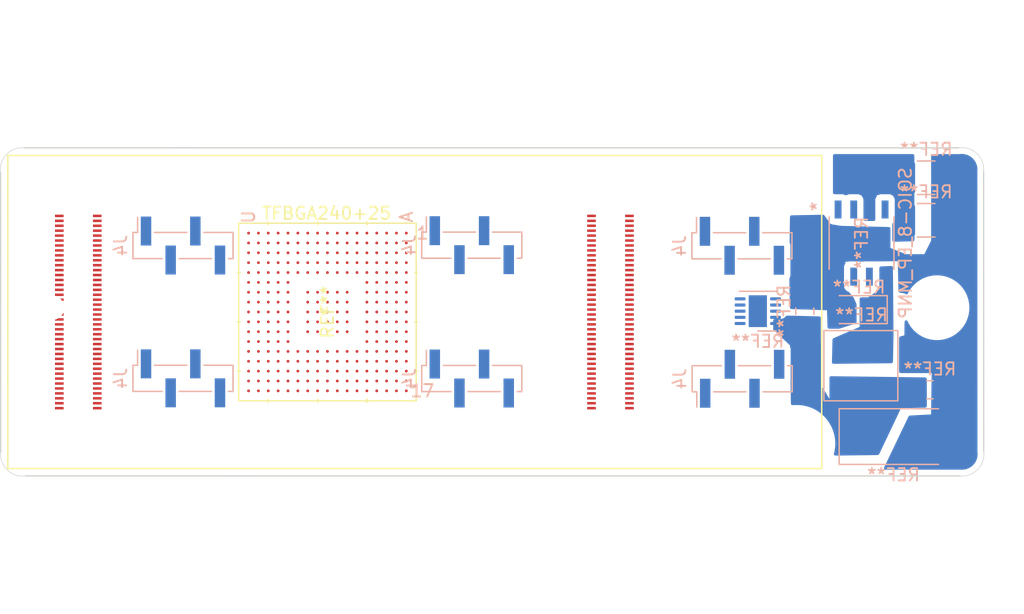
<source format=kicad_pcb>
(kicad_pcb (version 20211014) (generator pcbnew)
  (layers (0 "F.Cu" signal) (31 "B.Cu" signal) (34 "B.Paste" user) (35 "F.Paste" user) (36 "B.SilkS" user "B.Silkscreen") (37 "F.SilkS" user "F.Silkscreen") (38 "B.Mask" user) (39 "F.Mask" user) (44 "Edge.Cuts" user))
  (net 0 "")
  (net 1 "VIN")
  (net 2 "SW")
  (net 3 "FB")
  (net 4 "DIM")
  (net 5 "EN")
  (net 6 "GND")
  (net 7 "Q")
  (net 8 "EN_LDO")
  (net 9 "BYPAS_LDO")
  (net 10 "SENSE_LDO")
  (net 11 "SWT_OUT_12V")
  (footprint "STSPIN32G4:MODULE_ABX00042" (layer "F.Cu") (at 139.805 93.795217 -90)
    (fp_text reference "REF**" hide)
    (fp_text value "MODULE_ABX00042")
    (pad "" np_thru_hole circle locked (at 10.67 -30.99 270) (size 2.25 2.25) (drill 2.25) (layers F&B.Cu *.Mask) (clearance 2))
    (pad "" np_thru_hole circle locked (at -10.67 30.99 270) (size 2.25 2.25) (drill 2.25) (layers *.Cu *.Mask))
    (pad "" np_thru_hole circle locked (at 10.67 30.99 270) (size 2.25 2.25) (drill 2.25) (layers *.Cu *.Mask))
    (pad "" np_thru_hole circle locked (at -10.67 -30.99 270) (size 2.25 2.25) (drill 2.25) (layers *.Cu *.Mask))
    (pad "J1_1" smd rect locked (at -7.8 -17.42 270) (size 0.2 0.7) (layers "F.Cu" "F.Paste" "F.Mask"))
    (pad "J1_2" smd rect locked (at -7.8 -14.34 270) (size 0.2 0.7) (layers "F.Cu" "F.Paste" "F.Mask"))
    (pad "J1_3" smd rect locked (at -7.4 -17.42 270) (size 0.2 0.7) (layers "F.Cu" "F.Paste" "F.Mask"))
    (pad "J1_4" smd rect locked (at -7.4 -14.34 270) (size 0.2 0.7) (layers "F.Cu" "F.Paste" "F.Mask"))
    (pad "J1_5" smd rect locked (at -7 -17.42 270) (size 0.2 0.7) (layers "F.Cu" "F.Paste" "F.Mask"))
    (pad "J1_6" smd rect locked (at -7 -14.34 270) (size 0.2 0.7) (layers "F.Cu" "F.Paste" "F.Mask"))
    (pad "J1_7" smd rect locked (at -6.6 -17.42 270) (size 0.2 0.7) (layers "F.Cu" "F.Paste" "F.Mask"))
    (pad "J1_8" smd rect locked (at -6.6 -14.34 270) (size 0.2 0.7) (layers "F.Cu" "F.Paste" "F.Mask"))
    (pad "J1_9" smd rect locked (at -6.2 -17.42 270) (size 0.2 0.7) (layers "F.Cu" "F.Paste" "F.Mask"))
    (pad "J1_10" smd rect locked (at -6.2 -14.34 270) (size 0.2 0.7) (layers "F.Cu" "F.Paste" "F.Mask"))
    (pad "J1_11" smd rect locked (at -5.8 -17.42 270) (size 0.2 0.7) (layers "F.Cu" "F.Paste" "F.Mask"))
    (pad "J1_12" smd rect locked (at -5.8 -14.34 270) (size 0.2 0.7) (layers "F.Cu" "F.Paste" "F.Mask"))
    (pad "J1_13" smd rect locked (at -5.4 -17.42 270) (size 0.2 0.7) (layers "F.Cu" "F.Paste" "F.Mask"))
    (pad "J1_14" smd rect locked (at -5.4 -14.34 270) (size 0.2 0.7) (layers "F.Cu" "F.Paste" "F.Mask"))
    (pad "J1_15" smd rect locked (at -5 -17.42 270) (size 0.2 0.7) (layers "F.Cu" "F.Paste" "F.Mask"))
    (pad "J1_16" smd rect locked (at -5 -14.34 270) (size 0.2 0.7) (layers "F.Cu" "F.Paste" "F.Mask"))
    (pad "J1_17" smd rect locked (at -4.6 -17.42 270) (size 0.2 0.7) (layers "F.Cu" "F.Paste" "F.Mask"))
    (pad "J1_18" smd rect locked (at -4.6 -14.34 270) (size 0.2 0.7) (layers "F.Cu" "F.Paste" "F.Mask"))
    (pad "J1_19" smd rect locked (at -4.2 -17.42 270) (size 0.2 0.7) (layers "F.Cu" "F.Paste" "F.Mask"))
    (pad "J1_20" smd rect locked (at -4.2 -14.34 270) (size 0.2 0.7) (layers "F.Cu" "F.Paste" "F.Mask"))
    (pad "J1_21" smd rect locked (at -3.8 -17.42 270) (size 0.2 0.7) (layers "F.Cu" "F.Paste" "F.Mask"))
    (pad "J1_22" smd rect locked (at -3.8 -14.34 270) (size 0.2 0.7) (layers "F.Cu" "F.Paste" "F.Mask"))
    (pad "J1_23" smd rect locked (at -3.4 -17.42 270) (size 0.2 0.7) (layers "F.Cu" "F.Paste" "F.Mask"))
    (pad "J1_24" smd rect locked (at -3.4 -14.34 270) (size 0.2 0.7) (layers "F.Cu" "F.Paste" "F.Mask"))
    (pad "J1_25" smd rect locked (at -3 -17.42 270) (size 0.2 0.7) (layers "F.Cu" "F.Paste" "F.Mask"))
    (pad "J1_26" smd rect locked (at -3 -14.34 270) (size 0.2 0.7) (layers "F.Cu" "F.Paste" "F.Mask"))
    (pad "J1_27" smd rect locked (at -2.6 -17.42 270) (size 0.2 0.7) (layers "F.Cu" "F.Paste" "F.Mask"))
    (pad "J1_28" smd rect locked (at -2.6 -14.34 270) (size 0.2 0.7) (layers "F.Cu" "F.Paste" "F.Mask"))
    (pad "J1_29" smd rect locked (at -2.2 -17.42 270) (size 0.2 0.7) (layers "F.Cu" "F.Paste" "F.Mask"))
    (pad "J1_30" smd rect locked (at -2.2 -14.34 270) (size 0.2 0.7) (layers "F.Cu" "F.Paste" "F.Mask"))
    (pad "J1_31" smd rect locked (at -1.8 -17.42 270) (size 0.2 0.7) (layers "F.Cu" "F.Paste" "F.Mask"))
    (pad "J1_32" smd rect locked (at -1.8 -14.34 270) (size 0.2 0.7) (layers "F.Cu" "F.Paste" "F.Mask"))
    (pad "J1_33" smd rect locked (at -1.4 -17.42 270) (size 0.2 0.7) (layers "F.Cu" "F.Paste" "F.Mask"))
    (pad "J1_34" smd rect locked (at -1.4 -14.34 270) (size 0.2 0.7) (layers "F.Cu" "F.Paste" "F.Mask"))
    (pad "J1_35" smd rect locked (at -1 -17.42 270) (size 0.2 0.7) (layers "F.Cu" "F.Paste" "F.Mask"))
    (pad "J1_36" smd rect locked (at -1 -14.34 270) (size 0.2 0.7) (layers "F.Cu" "F.Paste" "F.Mask"))
    (pad "J1_37" smd rect locked (at -0.6 -17.42 270) (size 0.2 0.7) (layers "F.Cu" "F.Paste" "F.Mask"))
    (pad "J1_38" smd rect locked (at -0.6 -14.34 270) (size 0.2 0.7) (layers "F.Cu" "F.Paste" "F.Mask"))
    (pad "J1_39" smd rect locked (at -0.2 -17.42 270) (size 0.2 0.7) (layers "F.Cu" "F.Paste" "F.Mask"))
    (pad "J1_40" smd rect locked (at -0.2 -14.34 270) (size 0.2 0.7) (layers "F.Cu" "F.Paste" "F.Mask"))
    (pad "J1_41" smd rect locked (at 0.2 -17.42 270) (size 0.2 0.7) (layers "F.Cu" "F.Paste" "F.Mask"))
    (pad "J1_42" smd rect locked (at 0.2 -14.34 270) (size 0.2 0.7) (layers "F.Cu" "F.Paste" "F.Mask"))
    (pad "J1_43" smd rect locked (at 0.6 -17.42 270) (size 0.2 0.7) (layers "F.Cu" "F.Paste" "F.Mask"))
    (pad "J1_44" smd rect locked (at 0.6 -14.34 270) (size 0.2 0.7) (layers "F.Cu" "F.Paste" "F.Mask"))
    (pad "J1_45" smd rect locked (at 1 -17.42 270) (size 0.2 0.7) (layers "F.Cu" "F.Paste" "F.Mask"))
    (pad "J1_46" smd rect locked (at 1 -14.34 270) (size 0.2 0.7) (layers "F.Cu" "F.Paste" "F.Mask"))
    (pad "J1_47" smd rect locked (at 1.4 -17.42 270) (size 0.2 0.7) (layers "F.Cu" "F.Paste" "F.Mask"))
    (pad "J1_48" smd rect locked (at 1.4 -14.34 270) (size 0.2 0.7) (layers "F.Cu" "F.Paste" "F.Mask"))
    (pad "J1_49" smd rect locked (at 1.8 -17.42 270) (size 0.2 0.7) (layers "F.Cu" "F.Paste" "F.Mask"))
    (pad "J1_50" smd rect locked (at 1.8 -14.34 270) (size 0.2 0.7) (layers "F.Cu" "F.Paste" "F.Mask"))
    (pad "J1_51" smd rect locked (at 2.2 -17.42 270) (size 0.2 0.7) (layers "F.Cu" "F.Paste" "F.Mask"))
    (pad "J1_52" smd rect locked (at 2.2 -14.34 270) (size 0.2 0.7) (layers "F.Cu" "F.Paste" "F.Mask"))
    (pad "J1_53" smd rect locked (at 2.6 -17.42 270) (size 0.2 0.7) (layers "F.Cu" "F.Paste" "F.Mask"))
    (pad "J1_54" smd rect locked (at 2.6 -14.34 270) (size 0.2 0.7) (layers "F.Cu" "F.Paste" "F.Mask"))
    (pad "J1_55" smd rect locked (at 3 -17.42 270) (size 0.2 0.7) (layers "F.Cu" "F.Paste" "F.Mask"))
    (pad "J1_56" smd rect locked (at 3 -14.34 270) (size 0.2 0.7) (layers "F.Cu" "F.Paste" "F.Mask"))
    (pad "J1_57" smd rect locked (at 3.4 -17.42 270) (size 0.2 0.7) (layers "F.Cu" "F.Paste" "F.Mask"))
    (pad "J1_58" smd rect locked (at 3.4 -14.34 270) (size 0.2 0.7) (layers "F.Cu" "F.Paste" "F.Mask"))
    (pad "J1_59" smd rect locked (at 3.8 -17.42 270) (size 0.2 0.7) (layers "F.Cu" "F.Paste" "F.Mask"))
    (pad "J1_60" smd rect locked (at 3.8 -14.34 270) (size 0.2 0.7) (layers "F.Cu" "F.Paste" "F.Mask"))
    (pad "J1_61" smd rect locked (at 4.2 -17.42 270) (size 0.2 0.7) (layers "F.Cu" "F.Paste" "F.Mask"))
    (pad "J1_62" smd rect locked (at 4.2 -14.34 270) (size 0.2 0.7) (layers "F.Cu" "F.Paste" "F.Mask"))
    (pad "J1_63" smd rect locked (at 4.6 -17.42 270) (size 0.2 0.7) (layers "F.Cu" "F.Paste" "F.Mask"))
    (pad "J1_64" smd rect locked (at 4.6 -14.34 270) (size 0.2 0.7) (layers "F.Cu" "F.Paste" "F.Mask"))
    (pad "J1_65" smd rect locked (at 5 -17.42 270) (size 0.2 0.7) (layers "F.Cu" "F.Paste" "F.Mask"))
    (pad "J1_66" smd rect locked (at 5 -14.34 270) (size 0.2 0.7) (layers "F.Cu" "F.Paste" "F.Mask"))
    (pad "J1_67" smd rect locked (at 5.4 -17.42 270) (size 0.2 0.7) (layers "F.Cu" "F.Paste" "F.Mask"))
    (pad "J1_68" smd rect locked (at 5.4 -14.34 270) (size 0.2 0.7) (layers "F.Cu" "F.Paste" "F.Mask"))
    (pad "J1_69" smd rect locked (at 5.8 -17.42 270) (size 0.2 0.7) (layers "F.Cu" "F.Paste" "F.Mask"))
    (pad "J1_70" smd rect locked (at 5.8 -14.34 270) (size 0.2 0.7) (layers "F.Cu" "F.Paste" "F.Mask"))
    (pad "J1_71" smd rect locked (at 6.2 -17.42 270) (size 0.2 0.7) (layers "F.Cu" "F.Paste" "F.Mask"))
    (pad "J1_72" smd rect locked (at 6.2 -14.34 270) (size 0.2 0.7) (layers "F.Cu" "F.Paste" "F.Mask"))
    (pad "J1_73" smd rect locked (at 6.6 -17.42 270) (size 0.2 0.7) (layers "F.Cu" "F.Paste" "F.Mask"))
    (pad "J1_74" smd rect locked (at 6.6 -14.34 270) (size 0.2 0.7) (layers "F.Cu" "F.Paste" "F.Mask"))
    (pad "J1_75" smd rect locked (at 7 -17.42 270) (size 0.2 0.7) (layers "F.Cu" "F.Paste" "F.Mask"))
    (pad "J1_76" smd rect locked (at 7 -14.34 270) (size 0.2 0.7) (layers "F.Cu" "F.Paste" "F.Mask"))
    (pad "J1_77" smd rect locked (at 7.4 -17.42 270) (size 0.2 0.7) (layers "F.Cu" "F.Paste" "F.Mask"))
    (pad "J1_78" smd rect locked (at 7.4 -14.34 270) (size 0.2 0.7) (layers "F.Cu" "F.Paste" "F.Mask"))
    (pad "J1_79" smd rect locked (at 7.8 -17.42 270) (size 0.2 0.7) (layers "F.Cu" "F.Paste" "F.Mask"))
    (pad "J1_80" smd rect locked (at 7.8 -14.34 270) (size 0.2 0.7) (layers "F.Cu" "F.Paste" "F.Mask"))
    (pad "J2_1" smd rect locked (at 7.8 28.84 270) (size 0.2 0.7) (layers "F.Cu" "F.Paste" "F.Mask"))
    (pad "J2_2" smd rect locked (at 7.8 25.76 270) (size 0.2 0.7) (layers "F.Cu" "F.Paste" "F.Mask"))
    (pad "J2_3" smd rect locked (at 7.4 28.84 270) (size 0.2 0.7) (layers "F.Cu" "F.Paste" "F.Mask"))
    (pad "J2_4" smd rect locked (at 7.4 25.76 270) (size 0.2 0.7) (layers "F.Cu" "F.Paste" "F.Mask"))
    (pad "J2_5" smd rect locked (at 7 28.84 270) (size 0.2 0.7) (layers "F.Cu" "F.Paste" "F.Mask"))
    (pad "J2_6" smd rect locked (at 7 25.76 270) (size 0.2 0.7) (layers "F.Cu" "F.Paste" "F.Mask"))
    (pad "J2_7" smd rect locked (at 6.6 28.84 270) (size 0.2 0.7) (layers "F.Cu" "F.Paste" "F.Mask"))
    (pad "J2_8" smd rect locked (at 6.6 25.76 270) (size 0.2 0.7) (layers "F.Cu" "F.Paste" "F.Mask"))
    (pad "J2_9" smd rect locked (at 6.2 28.84 270) (size 0.2 0.7) (layers "F.Cu" "F.Paste" "F.Mask"))
    (pad "J2_10" smd rect locked (at 6.2 25.76 270) (size 0.2 0.7) (layers "F.Cu" "F.Paste" "F.Mask"))
    (pad "J2_11" smd rect locked (at 5.8 28.84 270) (size 0.2 0.7) (layers "F.Cu" "F.Paste" "F.Mask"))
    (pad "J2_12" smd rect locked (at 5.8 25.76 270) (size 0.2 0.7) (layers "F.Cu" "F.Paste" "F.Mask"))
    (pad "J2_13" smd rect locked (at 5.4 28.84 270) (size 0.2 0.7) (layers "F.Cu" "F.Paste" "F.Mask"))
    (pad "J2_14" smd rect locked (at 5.4 25.76 270) (size 0.2 0.7) (layers "F.Cu" "F.Paste" "F.Mask"))
    (pad "J2_15" smd rect locked (at 5 28.84 270) (size 0.2 0.7) (layers "F.Cu" "F.Paste" "F.Mask"))
    (pad "J2_16" smd rect locked (at 5 25.76 270) (size 0.2 0.7) (layers "F.Cu" "F.Paste" "F.Mask"))
    (pad "J2_17" smd rect locked (at 4.6 28.84 270) (size 0.2 0.7) (layers "F.Cu" "F.Paste" "F.Mask"))
    (pad "J2_18" smd rect locked (at 4.6 25.76 270) (size 0.2 0.7) (layers "F.Cu" "F.Paste" "F.Mask"))
    (pad "J2_19" smd rect locked (at 4.2 28.84 270) (size 0.2 0.7) (layers "F.Cu" "F.Paste" "F.Mask"))
    (pad "J2_20" smd rect locked (at 4.2 25.76 270) (size 0.2 0.7) (layers "F.Cu" "F.Paste" "F.Mask"))
    (pad "J2_21" smd rect locked (at 3.8 28.84 270) (size 0.2 0.7) (layers "F.Cu" "F.Paste" "F.Mask"))
    (pad "J2_22" smd rect locked (at 3.8 25.76 270) (size 0.2 0.7) (layers "F.Cu" "F.Paste" "F.Mask"))
    (pad "J2_23" smd rect locked (at 3.4 28.84 270) (size 0.2 0.7) (layers "F.Cu" "F.Paste" "F.Mask"))
    (pad "J2_24" smd rect locked (at 3.4 25.76 270) (size 0.2 0.7) (layers "F.Cu" "F.Paste" "F.Mask"))
    (pad "J2_25" smd rect locked (at 3 28.84 270) (size 0.2 0.7) (layers "F.Cu" "F.Paste" "F.Mask"))
    (pad "J2_26" smd rect locked (at 3 25.76 270) (size 0.2 0.7) (layers "F.Cu" "F.Paste" "F.Mask"))
    (pad "J2_27" smd rect locked (at 2.6 28.84 270) (size 0.2 0.7) (layers "F.Cu" "F.Paste" "F.Mask"))
    (pad "J2_28" smd rect locked (at 2.6 25.76 270) (size 0.2 0.7) (layers "F.Cu" "F.Paste" "F.Mask"))
    (pad "J2_29" smd rect locked (at 2.2 28.84 270) (size 0.2 0.7) (layers "F.Cu" "F.Paste" "F.Mask"))
    (pad "J2_30" smd rect locked (at 2.2 25.76 270) (size 0.2 0.7) (layers "F.Cu" "F.Paste" "F.Mask"))
    (pad "J2_31" smd rect locked (at 1.8 28.84 270) (size 0.2 0.7) (layers "F.Cu" "F.Paste" "F.Mask"))
    (pad "J2_32" smd rect locked (at 1.8 25.76 270) (size 0.2 0.7) (layers "F.Cu" "F.Paste" "F.Mask"))
    (pad "J2_33" smd rect locked (at 1.4 28.84 270) (size 0.2 0.7) (layers "F.Cu" "F.Paste" "F.Mask"))
    (pad "J2_34" smd rect locked (at 1.4 25.76 270) (size 0.2 0.7) (layers "F.Cu" "F.Paste" "F.Mask"))
    (pad "J2_35" smd rect locked (at 1 28.84 270) (size 0.2 0.7) (layers "F.Cu" "F.Paste" "F.Mask"))
    (pad "J2_36" smd rect locked (at 1 25.76 270) (size 0.2 0.7) (layers "F.Cu" "F.Paste" "F.Mask"))
    (pad "J2_37" smd rect locked (at 0.6 28.84 270) (size 0.2 0.7) (layers "F.Cu" "F.Paste" "F.Mask"))
    (pad "J2_38" smd rect locked (at 0.6 25.76 270) (size 0.2 0.7) (layers "F.Cu" "F.Paste" "F.Mask"))
    (pad "J2_39" smd rect locked (at 0.2 28.84 270) (size 0.2 0.7) (layers "F.Cu" "F.Paste" "F.Mask"))
    (pad "J2_40" smd rect locked (at 0.2 25.76 270) (size 0.2 0.7) (layers "F.Cu" "F.Paste" "F.Mask"))
    (pad "J2_41" smd rect locked (at -0.2 28.84 270) (size 0.2 0.7) (layers "F.Cu" "F.Paste" "F.Mask"))
    (pad "J2_42" smd rect locked (at -0.2 25.76 270) (size 0.2 0.7) (layers "F.Cu" "F.Paste" "F.Mask"))
    (pad "J2_43" smd rect locked (at -0.6 28.84 270) (size 0.2 0.7) (layers "F.Cu" "F.Paste" "F.Mask"))
    (pad "J2_44" smd rect locked (at -0.6 25.76 270) (size 0.2 0.7) (layers "F.Cu" "F.Paste" "F.Mask"))
    (pad "J2_45" smd rect locked (at -1 28.84 270) (size 0.2 0.7) (layers "F.Cu" "F.Paste" "F.Mask"))
    (pad "J2_46" smd rect locked (at -1 25.76 270) (size 0.2 0.7) (layers "F.Cu" "F.Paste" "F.Mask"))
    (pad "J2_47" smd rect locked (at -1.4 28.84 270) (size 0.2 0.7) (layers "F.Cu" "F.Paste" "F.Mask"))
    (pad "J2_48" smd rect locked (at -1.4 25.76 270) (size 0.2 0.7) (layers "F.Cu" "F.Paste" "F.Mask"))
    (pad "J2_49" smd rect locked (at -1.8 28.84 270) (size 0.2 0.7) (layers "F.Cu" "F.Paste" "F.Mask"))
    (pad "J2_50" smd rect locked (at -1.8 25.76 270) (size 0.2 0.7) (layers "F.Cu" "F.Paste" "F.Mask"))
    (pad "J2_51" smd rect locked (at -2.2 28.84 270) (size 0.2 0.7) (layers "F.Cu" "F.Paste" "F.Mask"))
    (pad "J2_52" smd rect locked (at -2.2 25.76 270) (size 0.2 0.7) (layers "F.Cu" "F.Paste" "F.Mask"))
    (pad "J2_53" smd rect locked (at -2.6 28.84 270) (size 0.2 0.7) (layers "F.Cu" "F.Paste" "F.Mask"))
    (pad "J2_54" smd rect locked (at -2.6 25.76 270) (size 0.2 0.7) (layers "F.Cu" "F.Paste" "F.Mask"))
    (pad "J2_55" smd rect locked (at -3 28.84 270) (size 0.2 0.7) (layers "F.Cu" "F.Paste" "F.Mask"))
    (pad "J2_56" smd rect locked (at -3 25.76 270) (size 0.2 0.7) (layers "F.Cu" "F.Paste" "F.Mask"))
    (pad "J2_57" smd rect locked (at -3.4 28.84 270) (size 0.2 0.7) (layers "F.Cu" "F.Paste" "F.Mask"))
    (pad "J2_58" smd rect locked (at -3.4 25.76 270) (size 0.2 0.7) (layers "F.Cu" "F.Paste" "F.Mask"))
    (pad "J2_59" smd rect locked (at -3.8 28.84 270) (size 0.2 0.7) (layers "F.Cu" "F.Paste" "F.Mask"))
    (pad "J2_60" smd rect locked (at -3.8 25.76 270) (size 0.2 0.7) (layers "F.Cu" "F.Paste" "F.Mask"))
    (pad "J2_61" smd rect locked (at -4.2 28.84 270) (size 0.2 0.7) (layers "F.Cu" "F.Paste" "F.Mask"))
    (pad "J2_62" smd rect locked (at -4.2 25.76 270) (size 0.2 0.7) (layers "F.Cu" "F.Paste" "F.Mask"))
    (pad "J2_63" smd rect locked (at -4.6 28.84 270) (size 0.2 0.7) (layers "F.Cu" "F.Paste" "F.Mask"))
    (pad "J2_64" smd rect locked (at -4.6 25.76 270) (size 0.2 0.7) (layers "F.Cu" "F.Paste" "F.Mask"))
    (pad "J2_65" smd rect locked (at -5 28.84 270) (size 0.2 0.7) (layers "F.Cu" "F.Paste" "F.Mask"))
    (pad "J2_66" smd rect locked (at -5 25.76 270) (size 0.2 0.7) (layers "F.Cu" "F.Paste" "F.Mask"))
    (pad "J2_67" smd rect locked (at -5.4 28.84 270) (size 0.2 0.7) (layers "F.Cu" "F.Paste" "F.Mask"))
    (pad "J2_68" smd rect locked (at -5.4 25.76 270) (size 0.2 0.7) (layers "F.Cu" "F.Paste" "F.Mask"))
    (pad "J2_69" smd rect locked (at -5.8 28.84 270) (size 0.2 0.7) (layers "F.Cu" "F.Paste" "F.Mask"))
    (pad "J2_70" smd rect locked (at -5.8 25.76 270) (size 0.2 0.7) (layers "F.Cu" "F.Paste" "F.Mask"))
    (pad "J2_71" smd rect locked (at -6.2 28.84 270) (size 0.2 0.7) (layers "F.Cu" "F.Paste" "F.Mask"))
    (pad "J2_72" smd rect locked (at -6.2 25.76 270) (size 0.2 0.7) (layers "F.Cu" "F.Paste" "F.Mask"))
    (pad "J2_73" smd rect locked (at -6.6 28.84 270) (size 0.2 0.7) (layers "F.Cu" "F.Paste" "F.Mask"))
    (pad "J2_74" smd rect locked (at -6.6 25.76 270) (size 0.2 0.7) (layers "F.Cu" "F.Paste" "F.Mask"))
    (pad "J2_75" smd rect locked (at -7 28.84 270) (size 0.2 0.7) (layers "F.Cu" "F.Paste" "F.Mask"))
    (pad "J2_76" smd rect locked (at -7 25.76 270) (size 0.2 0.7) (layers "F.Cu" "F.Paste" "F.Mask"))
    (pad "J2_77" smd rect locked (at -7.4 28.84 270) (size 0.2 0.7) (layers "F.Cu" "F.Paste" "F.Mask"))
    (pad "J2_78" smd rect locked (at -7.4 25.76 270) (size 0.2 0.7) (layers "F.Cu" "F.Paste" "F.Mask"))
    (pad "J2_79" smd rect locked (at -7.8 28.84 270) (size 0.2 0.7) (layers "F.Cu" "F.Paste" "F.Mask"))
    (pad "J2_80" smd rect locked (at -7.8 25.76 270) (size 0.2 0.7) (layers "F.Cu" "F.Paste" "F.Mask"))
  )
  (footprint "MountingHole:MountingHole_3.2mm_M3" (layer "F.Cu") (at 182.175 93.445217)
    (fp_text reference "REF**" hide)
    (fp_text value "MountingHole_3.2mm_M3" hide)
    (pad "" np_thru_hole circle locked (at 0 0) (size 2 2) (drill 2.25) (layers F&B.Cu *.Mask) (clearance 1.5))
  )
  (footprint "MountingHole:MountingHole_3.2mm_M3" (layer "F.Cu") (at 110.365 93.445217)
    (fp_text reference "REF**" hide)
    (fp_text value "MountingHole_3.2mm_M3" hide)
    (pad "" np_thru_hole circle locked (at 0 0) (size 2 2) (drill 2.25) (layers F&B.Cu *.Mask) (clearance 1.5))
  )
  (footprint "STM32H745XGH6:STM32H745XGH6" (layer "F.Cu") (at 132.72 93.790434 -90)
    (fp_text reference "REF**" (at 0 0 90) (layer "F.SilkS"))
    (fp_text value "TFBGA240+25" (at -8.005217 0.075 180) (layer "F.SilkS"))
    (fp_text user "A" (at -7.7089 -6.399999 90) (layer "B.SilkS"))
    (fp_text user "U" (at -7.7089 6.399999 90) (layer "B.SilkS"))
    (fp_text user "1" (at -6.399999 -7.7089) (layer "B.SilkS"))
    (fp_text user "17" (at 6.399999 -7.7089) (layer "B.SilkS"))
    (fp_text user "17" (at 6.399999 -7.7089) (layer "F.SilkS"))
    (fp_text user "*" (at 0 0 90) (layer "F.SilkS"))
    (fp_text user "A" (at -7.7089 -6.399999 90) (layer "F.SilkS"))
    (fp_text user "U" (at -7.7089 6.399999 90) (layer "F.SilkS"))
    (fp_text user "1" (at -6.399999 -7.7089) (layer "F.SilkS"))
    (pad "A1" smd circle locked (at -6.399999 -6.399999 270) (size 0.2286 0.2286) (layers "F.Cu" "F.Paste" "F.Mask"))
    (pad "A2" smd circle locked (at -5.599999 -6.399999 270) (size 0.2286 0.2286) (layers "F.Cu" "F.Paste" "F.Mask"))
    (pad "A3" smd circle locked (at -4.8 -6.399999 270) (size 0.2286 0.2286) (layers "F.Cu" "F.Paste" "F.Mask"))
    (pad "A4" smd circle locked (at -4 -6.399999 270) (size 0.2286 0.2286) (layers "F.Cu" "F.Paste" "F.Mask"))
    (pad "A5" smd circle locked (at -3.2 -6.399999 270) (size 0.2286 0.2286) (layers "F.Cu" "F.Paste" "F.Mask"))
    (pad "A6" smd circle locked (at -2.4 -6.399999 270) (size 0.2286 0.2286) (layers "F.Cu" "F.Paste" "F.Mask"))
    (pad "A7" smd circle locked (at -1.6 -6.399999 270) (size 0.2286 0.2286) (layers "F.Cu" "F.Paste" "F.Mask"))
    (pad "A8" smd circle locked (at -0.8 -6.399999 270) (size 0.2286 0.2286) (layers "F.Cu" "F.Paste" "F.Mask"))
    (pad "A9" smd circle locked (at 0 -6.399999 270) (size 0.2286 0.2286) (layers "F.Cu" "F.Paste" "F.Mask"))
    (pad "A10" smd circle locked (at 0.8 -6.399999 270) (size 0.2286 0.2286) (layers "F.Cu" "F.Paste" "F.Mask"))
    (pad "A11" smd circle locked (at 1.6 -6.399999 270) (size 0.2286 0.2286) (layers "F.Cu" "F.Paste" "F.Mask"))
    (pad "A12" smd circle locked (at 2.4 -6.399999 270) (size 0.2286 0.2286) (layers "F.Cu" "F.Paste" "F.Mask"))
    (pad "A13" smd circle locked (at 3.2 -6.399999 270) (size 0.2286 0.2286) (layers "F.Cu" "F.Paste" "F.Mask"))
    (pad "A14" smd circle locked (at 3.999999 -6.399999 270) (size 0.2286 0.2286) (layers "F.Cu" "F.Paste" "F.Mask"))
    (pad "A15" smd circle locked (at 4.799999 -6.399999 270) (size 0.2286 0.2286) (layers "F.Cu" "F.Paste" "F.Mask"))
    (pad "A16" smd circle locked (at 5.599999 -6.399999 270) (size 0.2286 0.2286) (layers "F.Cu" "F.Paste" "F.Mask"))
    (pad "A17" smd circle locked (at 6.399999 -6.399999 270) (size 0.2286 0.2286) (layers "F.Cu" "F.Paste" "F.Mask"))
    (pad "B1" smd circle locked (at -6.399999 -5.599999 270) (size 0.2286 0.2286) (layers "F.Cu" "F.Paste" "F.Mask"))
    (pad "B2" smd circle locked (at -5.599999 -5.599999 270) (size 0.2286 0.2286) (layers "F.Cu" "F.Paste" "F.Mask"))
    (pad "B3" smd circle locked (at -4.8 -5.599999 270) (size 0.2286 0.2286) (layers "F.Cu" "F.Paste" "F.Mask"))
    (pad "B4" smd circle locked (at -4 -5.599999 270) (size 0.2286 0.2286) (layers "F.Cu" "F.Paste" "F.Mask"))
    (pad "B5" smd circle locked (at -3.2 -5.599999 270) (size 0.2286 0.2286) (layers "F.Cu" "F.Paste" "F.Mask"))
    (pad "B6" smd circle locked (at -2.4 -5.599999 270) (size 0.2286 0.2286) (layers "F.Cu" "F.Paste" "F.Mask"))
    (pad "B7" smd circle locked (at -1.6 -5.599999 270) (size 0.2286 0.2286) (layers "F.Cu" "F.Paste" "F.Mask"))
    (pad "B8" smd circle locked (at -0.8 -5.599999 270) (size 0.2286 0.2286) (layers "F.Cu" "F.Paste" "F.Mask"))
    (pad "B9" smd circle locked (at 0 -5.599999 270) (size 0.2286 0.2286) (layers "F.Cu" "F.Paste" "F.Mask"))
    (pad "B10" smd circle locked (at 0.8 -5.599999 270) (size 0.2286 0.2286) (layers "F.Cu" "F.Paste" "F.Mask"))
    (pad "B11" smd circle locked (at 1.6 -5.599999 270) (size 0.2286 0.2286) (layers "F.Cu" "F.Paste" "F.Mask"))
    (pad "B12" smd circle locked (at 2.4 -5.599999 270) (size 0.2286 0.2286) (layers "F.Cu" "F.Paste" "F.Mask"))
    (pad "B13" smd circle locked (at 3.2 -5.599999 270) (size 0.2286 0.2286) (layers "F.Cu" "F.Paste" "F.Mask"))
    (pad "B14" smd circle locked (at 3.999999 -5.599999 270) (size 0.2286 0.2286) (layers "F.Cu" "F.Paste" "F.Mask"))
    (pad "B15" smd circle locked (at 4.799999 -5.599999 270) (size 0.2286 0.2286) (layers "F.Cu" "F.Paste" "F.Mask"))
    (pad "B16" smd circle locked (at 5.599999 -5.599999 270) (size 0.2286 0.2286) (layers "F.Cu" "F.Paste" "F.Mask"))
    (pad "B17" smd circle locked (at 6.399999 -5.599999 270) (size 0.2286 0.2286) (layers "F.Cu" "F.Paste" "F.Mask"))
    (pad "C1" smd circle locked (at -6.399999 -4.8 270) (size 0.2286 0.2286) (layers "F.Cu" "F.Paste" "F.Mask"))
    (pad "C2" smd circle locked (at -5.599999 -4.8 270) (size 0.2286 0.2286) (layers "F.Cu" "F.Paste" "F.Mask"))
    (pad "C3" smd circle locked (at -4.8 -4.8 270) (size 0.2286 0.2286) (layers "F.Cu" "F.Paste" "F.Mask"))
    (pad "C4" smd circle locked (at -4 -4.8 270) (size 0.2286 0.2286) (layers "F.Cu" "F.Paste" "F.Mask"))
    (pad "C5" smd circle locked (at -3.2 -4.8 270) (size 0.2286 0.2286) (layers "F.Cu" "F.Paste" "F.Mask"))
    (pad "C6" smd circle locked (at -2.4 -4.8 270) (size 0.2286 0.2286) (layers "F.Cu" "F.Paste" "F.Mask"))
    (pad "C7" smd circle locked (at -1.6 -4.8 270) (size 0.2286 0.2286) (layers "F.Cu" "F.Paste" "F.Mask"))
    (pad "C8" smd circle locked (at -0.8 -4.8 270) (size 0.2286 0.2286) (layers "F.Cu" "F.Paste" "F.Mask"))
    (pad "C9" smd circle locked (at 0 -4.8 270) (size 0.2286 0.2286) (layers "F.Cu" "F.Paste" "F.Mask"))
    (pad "C10" smd circle locked (at 0.8 -4.8 270) (size 0.2286 0.2286) (layers "F.Cu" "F.Paste" "F.Mask"))
    (pad "C11" smd circle locked (at 1.6 -4.8 270) (size 0.2286 0.2286) (layers "F.Cu" "F.Paste" "F.Mask"))
    (pad "C12" smd circle locked (at 2.4 -4.8 270) (size 0.2286 0.2286) (layers "F.Cu" "F.Paste" "F.Mask"))
    (pad "C13" smd circle locked (at 3.2 -4.8 270) (size 0.2286 0.2286) (layers "F.Cu" "F.Paste" "F.Mask"))
    (pad "C14" smd circle locked (at 3.999999 -4.8 270) (size 0.2286 0.2286) (layers "F.Cu" "F.Paste" "F.Mask"))
    (pad "C15" smd circle locked (at 4.799999 -4.8 270) (size 0.2286 0.2286) (layers "F.Cu" "F.Paste" "F.Mask"))
    (pad "C16" smd circle locked (at 5.599999 -4.8 270) (size 0.2286 0.2286) (layers "F.Cu" "F.Paste" "F.Mask"))
    (pad "C17" smd circle locked (at 6.399999 -4.8 270) (size 0.2286 0.2286) (layers "F.Cu" "F.Paste" "F.Mask"))
    (pad "D1" smd circle locked (at -6.399999 -4 270) (size 0.2286 0.2286) (layers "F.Cu" "F.Paste" "F.Mask"))
    (pad "D2" smd circle locked (at -5.599999 -4 270) (size 0.2286 0.2286) (layers "F.Cu" "F.Paste" "F.Mask"))
    (pad "D3" smd circle locked (at -4.8 -4 270) (size 0.2286 0.2286) (layers "F.Cu" "F.Paste" "F.Mask"))
    (pad "D4" smd circle locked (at -4 -4 270) (size 0.2286 0.2286) (layers "F.Cu" "F.Paste" "F.Mask"))
    (pad "D5" smd circle locked (at -3.2 -4 270) (size 0.2286 0.2286) (layers "F.Cu" "F.Paste" "F.Mask"))
    (pad "D6" smd circle locked (at -2.4 -4 270) (size 0.2286 0.2286) (layers "F.Cu" "F.Paste" "F.Mask"))
    (pad "D7" smd circle locked (at -1.6 -4 270) (size 0.2286 0.2286) (layers "F.Cu" "F.Paste" "F.Mask"))
    (pad "D8" smd circle locked (at -0.8 -4 270) (size 0.2286 0.2286) (layers "F.Cu" "F.Paste" "F.Mask"))
    (pad "D9" smd circle locked (at 0 -4 270) (size 0.2286 0.2286) (layers "F.Cu" "F.Paste" "F.Mask"))
    (pad "D10" smd circle locked (at 0.8 -4 270) (size 0.2286 0.2286) (layers "F.Cu" "F.Paste" "F.Mask"))
    (pad "D11" smd circle locked (at 1.6 -4 270) (size 0.2286 0.2286) (layers "F.Cu" "F.Paste" "F.Mask"))
    (pad "D12" smd circle locked (at 2.4 -4 270) (size 0.2286 0.2286) (layers "F.Cu" "F.Paste" "F.Mask"))
    (pad "D13" smd circle locked (at 3.2 -4 270) (size 0.2286 0.2286) (layers "F.Cu" "F.Paste" "F.Mask"))
    (pad "D14" smd circle locked (at 3.999999 -4 270) (size 0.2286 0.2286) (layers "F.Cu" "F.Paste" "F.Mask"))
    (pad "D15" smd circle locked (at 4.799999 -4 270) (size 0.2286 0.2286) (layers "F.Cu" "F.Paste" "F.Mask"))
    (pad "D16" smd circle locked (at 5.599999 -4 270) (size 0.2286 0.2286) (layers "F.Cu" "F.Paste" "F.Mask"))
    (pad "D17" smd circle locked (at 6.399999 -4 270) (size 0.2286 0.2286) (layers "F.Cu" "F.Paste" "F.Mask"))
    (pad "E1" smd circle locked (at -6.399999 -3.2 270) (size 0.2286 0.2286) (layers "F.Cu" "F.Paste" "F.Mask"))
    (pad "E2" smd circle locked (at -5.599999 -3.2 270) (size 0.2286 0.2286) (layers "F.Cu" "F.Paste" "F.Mask"))
    (pad "E3" smd circle locked (at -4.8 -3.2 270) (size 0.2286 0.2286) (layers "F.Cu" "F.Paste" "F.Mask"))
    (pad "E4" smd circle locked (at -4 -3.2 270) (size 0.2286 0.2286) (layers "F.Cu" "F.Paste" "F.Mask"))
    (pad "E5" smd circle locked (at -3.2 -3.2 270) (size 0.2286 0.2286) (layers "F.Cu" "F.Paste" "F.Mask"))
    (pad "E6" smd circle locked (at -2.4 -3.2 270) (size 0.2286 0.2286) (layers "F.Cu" "F.Paste" "F.Mask"))
    (pad "E7" smd circle locked (at -1.6 -3.2 270) (size 0.2286 0.2286) (layers "F.Cu" "F.Paste" "F.Mask"))
    (pad "E8" smd circle locked (at -0.8 -3.2 270) (size 0.2286 0.2286) (layers "F.Cu" "F.Paste" "F.Mask"))
    (pad "E9" smd circle locked (at 0 -3.2 270) (size 0.2286 0.2286) (layers "F.Cu" "F.Paste" "F.Mask"))
    (pad "E10" smd circle locked (at 0.8 -3.2 270) (size 0.2286 0.2286) (layers "F.Cu" "F.Paste" "F.Mask"))
    (pad "E11" smd circle locked (at 1.6 -3.2 270) (size 0.2286 0.2286) (layers "F.Cu" "F.Paste" "F.Mask"))
    (pad "E12" smd circle locked (at 2.4 -3.2 270) (size 0.2286 0.2286) (layers "F.Cu" "F.Paste" "F.Mask"))
    (pad "E13" smd circle locked (at 3.2 -3.2 270) (size 0.2286 0.2286) (layers "F.Cu" "F.Paste" "F.Mask"))
    (pad "E14" smd circle locked (at 3.999999 -3.2 270) (size 0.2286 0.2286) (layers "F.Cu" "F.Paste" "F.Mask"))
    (pad "E15" smd circle locked (at 4.799999 -3.2 270) (size 0.2286 0.2286) (layers "F.Cu" "F.Paste" "F.Mask"))
    (pad "E16" smd circle locked (at 5.599999 -3.2 270) (size 0.2286 0.2286) (layers "F.Cu" "F.Paste" "F.Mask"))
    (pad "E17" smd circle locked (at 6.399999 -3.2 270) (size 0.2286 0.2286) (layers "F.Cu" "F.Paste" "F.Mask"))
    (pad "F1" smd circle locked (at -6.399999 -2.4 270) (size 0.2286 0.2286) (layers "F.Cu" "F.Paste" "F.Mask"))
    (pad "F2" smd circle locked (at -5.599999 -2.4 270) (size 0.2286 0.2286) (layers "F.Cu" "F.Paste" "F.Mask"))
    (pad "F3" smd circle locked (at -4.8 -2.4 270) (size 0.2286 0.2286) (layers "F.Cu" "F.Paste" "F.Mask"))
    (pad "F4" smd circle locked (at -4 -2.4 270) (size 0.2286 0.2286) (layers "F.Cu" "F.Paste" "F.Mask"))
    (pad "F5" smd circle locked (at -3.2 -2.4 270) (size 0.2286 0.2286) (layers "F.Cu" "F.Paste" "F.Mask"))
    (pad "F13" smd circle locked (at 3.2 -2.4 270) (size 0.2286 0.2286) (layers "F.Cu" "F.Paste" "F.Mask"))
    (pad "F14" smd circle locked (at 3.999999 -2.4 270) (size 0.2286 0.2286) (layers "F.Cu" "F.Paste" "F.Mask"))
    (pad "F15" smd circle locked (at 4.799999 -2.4 270) (size 0.2286 0.2286) (layers "F.Cu" "F.Paste" "F.Mask"))
    (pad "F16" smd circle locked (at 5.599999 -2.4 270) (size 0.2286 0.2286) (layers "F.Cu" "F.Paste" "F.Mask"))
    (pad "F17" smd circle locked (at 6.399999 -2.4 270) (size 0.2286 0.2286) (layers "F.Cu" "F.Paste" "F.Mask"))
    (pad "G1" smd circle locked (at -6.399999 -1.6 270) (size 0.2286 0.2286) (layers "F.Cu" "F.Paste" "F.Mask"))
    (pad "G2" smd circle locked (at -5.599999 -1.6 270) (size 0.2286 0.2286) (layers "F.Cu" "F.Paste" "F.Mask"))
    (pad "G3" smd circle locked (at -4.8 -1.6 270) (size 0.2286 0.2286) (layers "F.Cu" "F.Paste" "F.Mask"))
    (pad "G4" smd circle locked (at -4 -1.6 270) (size 0.2286 0.2286) (layers "F.Cu" "F.Paste" "F.Mask"))
    (pad "G5" smd circle locked (at -3.2 -1.6 270) (size 0.2286 0.2286) (layers "F.Cu" "F.Paste" "F.Mask"))
    (pad "G7" smd circle locked (at -1.6 -1.6 270) (size 0.2286 0.2286) (layers "F.Cu" "F.Paste" "F.Mask"))
    (pad "G8" smd circle locked (at -0.8 -1.6 270) (size 0.2286 0.2286) (layers "F.Cu" "F.Paste" "F.Mask"))
    (pad "G9" smd circle locked (at 0 -1.6 270) (size 0.2286 0.2286) (layers "F.Cu" "F.Paste" "F.Mask"))
    (pad "G10" smd circle locked (at 0.8 -1.6 270) (size 0.2286 0.2286) (layers "F.Cu" "F.Paste" "F.Mask"))
    (pad "G11" smd circle locked (at 1.6 -1.6 270) (size 0.2286 0.2286) (layers "F.Cu" "F.Paste" "F.Mask"))
    (pad "G13" smd circle locked (at 3.2 -1.6 270) (size 0.2286 0.2286) (layers "F.Cu" "F.Paste" "F.Mask"))
    (pad "G14" smd circle locked (at 3.999999 -1.6 270) (size 0.2286 0.2286) (layers "F.Cu" "F.Paste" "F.Mask"))
    (pad "G15" smd circle locked (at 4.799999 -1.6 270) (size 0.2286 0.2286) (layers "F.Cu" "F.Paste" "F.Mask"))
    (pad "G16" smd circle locked (at 5.599999 -1.6 270) (size 0.2286 0.2286) (layers "F.Cu" "F.Paste" "F.Mask"))
    (pad "G17" smd circle locked (at 6.399999 -1.6 270) (size 0.2286 0.2286) (layers "F.Cu" "F.Paste" "F.Mask"))
    (pad "H1" smd circle locked (at -6.399999 -0.8 270) (size 0.2286 0.2286) (layers "F.Cu" "F.Paste" "F.Mask"))
    (pad "H2" smd circle locked (at -5.599999 -0.8 270) (size 0.2286 0.2286) (layers "F.Cu" "F.Paste" "F.Mask"))
    (pad "H3" smd circle locked (at -4.8 -0.8 270) (size 0.2286 0.2286) (layers "F.Cu" "F.Paste" "F.Mask"))
    (pad "H4" smd circle locked (at -4 -0.8 270) (size 0.2286 0.2286) (layers "F.Cu" "F.Paste" "F.Mask"))
    (pad "H5" smd circle locked (at -3.2 -0.8 270) (size 0.2286 0.2286) (layers "F.Cu" "F.Paste" "F.Mask"))
    (pad "H7" smd circle locked (at -1.6 -0.8 270) (size 0.2286 0.2286) (layers "F.Cu" "F.Paste" "F.Mask"))
    (pad "H8" smd circle locked (at -0.8 -0.8 270) (size 0.2286 0.2286) (layers "F.Cu" "F.Paste" "F.Mask"))
    (pad "H9" smd circle locked (at 0 -0.8 270) (size 0.2286 0.2286) (layers "F.Cu" "F.Paste" "F.Mask"))
    (pad "H10" smd circle locked (at 0.8 -0.8 270) (size 0.2286 0.2286) (layers "F.Cu" "F.Paste" "F.Mask"))
    (pad "H11" smd circle locked (at 1.6 -0.8 270) (size 0.2286 0.2286) (layers "F.Cu" "F.Paste" "F.Mask"))
    (pad "H13" smd circle locked (at 3.2 -0.8 270) (size 0.2286 0.2286) (layers "F.Cu" "F.Paste" "F.Mask"))
    (pad "H14" smd circle locked (at 3.999999 -0.8 270) (size 0.2286 0.2286) (layers "F.Cu" "F.Paste" "F.Mask"))
    (pad "H15" smd circle locked (at 4.799999 -0.8 270) (size 0.2286 0.2286) (layers "F.Cu" "F.Paste" "F.Mask"))
    (pad "H16" smd circle locked (at 5.599999 -0.8 270) (size 0.2286 0.2286) (layers "F.Cu" "F.Paste" "F.Mask"))
    (pad "H17" smd circle locked (at 6.399999 -0.8 270) (size 0.2286 0.2286) (layers "F.Cu" "F.Paste" "F.Mask"))
    (pad "J1" smd circle locked (at -6.399999 0 270) (size 0.2286 0.2286) (layers "F.Cu" "F.Paste" "F.Mask"))
    (pad "J2" smd circle locked (at -5.599999 0 270) (size 0.2286 0.2286) (layers "F.Cu" "F.Paste" "F.Mask"))
    (pad "J3" smd circle locked (at -4.8 0 270) (size 0.2286 0.2286) (layers "F.Cu" "F.Paste" "F.Mask"))
    (pad "J4" smd circle locked (at -4 0 270) (size 0.2286 0.2286) (layers "F.Cu" "F.Paste" "F.Mask"))
    (pad "J5" smd circle locked (at -3.2 0 270) (size 0.2286 0.2286) (layers "F.Cu" "F.Paste" "F.Mask"))
    (pad "J7" smd circle locked (at -1.6 0 270) (size 0.2286 0.2286) (layers "F.Cu" "F.Paste" "F.Mask"))
    (pad "J8" smd circle locked (at -0.8 0 270) (size 0.2286 0.2286) (layers "F.Cu" "F.Paste" "F.Mask"))
    (pad "J9" smd circle locked (at 0 0 270) (size 0.2286 0.2286) (layers "F.Cu" "F.Paste" "F.Mask"))
    (pad "J10" smd circle locked (at 0.8 0 270) (size 0.2286 0.2286) (layers "F.Cu" "F.Paste" "F.Mask"))
    (pad "J11" smd circle locked (at 1.6 0 270) (size 0.2286 0.2286) (layers "F.Cu" "F.Paste" "F.Mask"))
    (pad "J13" smd circle locked (at 3.2 0 270) (size 0.2286 0.2286) (layers "F.Cu" "F.Paste" "F.Mask"))
    (pad "J14" smd circle locked (at 3.999999 0 270) (size 0.2286 0.2286) (layers "F.Cu" "F.Paste" "F.Mask"))
    (pad "J15" smd circle locked (at 4.799999 0 270) (size 0.2286 0.2286) (layers "F.Cu" "F.Paste" "F.Mask"))
    (pad "J16" smd circle locked (at 5.599999 0 270) (size 0.2286 0.2286) (layers "F.Cu" "F.Paste" "F.Mask"))
    (pad "J17" smd circle locked (at 6.399999 0 270) (size 0.2286 0.2286) (layers "F.Cu" "F.Paste" "F.Mask"))
    (pad "K1" smd circle locked (at -6.399999 0.8 270) (size 0.2286 0.2286) (layers "F.Cu" "F.Paste" "F.Mask"))
    (pad "K2" smd circle locked (at -5.599999 0.8 270) (size 0.2286 0.2286) (layers "F.Cu" "F.Paste" "F.Mask"))
    (pad "K3" smd circle locked (at -4.8 0.8 270) (size 0.2286 0.2286) (layers "F.Cu" "F.Paste" "F.Mask"))
    (pad "K4" smd circle locked (at -4 0.8 270) (size 0.2286 0.2286) (layers "F.Cu" "F.Paste" "F.Mask"))
    (pad "K5" smd circle locked (at -3.2 0.8 270) (size 0.2286 0.2286) (layers "F.Cu" "F.Paste" "F.Mask"))
    (pad "K7" smd circle locked (at -1.6 0.8 270) (size 0.2286 0.2286) (layers "F.Cu" "F.Paste" "F.Mask"))
    (pad "K8" smd circle locked (at -0.8 0.8 270) (size 0.2286 0.2286) (layers "F.Cu" "F.Paste" "F.Mask"))
    (pad "K9" smd circle locked (at 0 0.8 270) (size 0.2286 0.2286) (layers "F.Cu" "F.Paste" "F.Mask"))
    (pad "K10" smd circle locked (at 0.8 0.8 270) (size 0.2286 0.2286) (layers "F.Cu" "F.Paste" "F.Mask"))
    (pad "K11" smd circle locked (at 1.6 0.8 270) (size 0.2286 0.2286) (layers "F.Cu" "F.Paste" "F.Mask"))
    (pad "K13" smd circle locked (at 3.2 0.8 270) (size 0.2286 0.2286) (layers "F.Cu" "F.Paste" "F.Mask"))
    (pad "K14" smd circle locked (at 3.999999 0.8 270) (size 0.2286 0.2286) (layers "F.Cu" "F.Paste" "F.Mask"))
    (pad "K15" smd circle locked (at 4.799999 0.8 270) (size 0.2286 0.2286) (layers "F.Cu" "F.Paste" "F.Mask"))
    (pad "K16" smd circle locked (at 5.599999 0.8 270) (size 0.2286 0.2286) (layers "F.Cu" "F.Paste" "F.Mask"))
    (pad "K17" smd circle locked (at 6.399999 0.8 270) (size 0.2286 0.2286) (layers "F.Cu" "F.Paste" "F.Mask"))
    (pad "L1" smd circle locked (at -6.399999 1.6 270) (size 0.2286 0.2286) (layers "F.Cu" "F.Paste" "F.Mask"))
    (pad "L2" smd circle locked (at -5.599999 1.6 270) (size 0.2286 0.2286) (layers "F.Cu" "F.Paste" "F.Mask"))
    (pad "L3" smd circle locked (at -4.8 1.6 270) (size 0.2286 0.2286) (layers "F.Cu" "F.Paste" "F.Mask"))
    (pad "L4" smd circle locked (at -4 1.6 270) (size 0.2286 0.2286) (layers "F.Cu" "F.Paste" "F.Mask"))
    (pad "L5" smd circle locked (at -3.2 1.6 270) (size 0.2286 0.2286) (layers "F.Cu" "F.Paste" "F.Mask"))
    (pad "L7" smd circle locked (at -1.6 1.6 270) (size 0.2286 0.2286) (layers "F.Cu" "F.Paste" "F.Mask"))
    (pad "L8" smd circle locked (at -0.8 1.6 270) (size 0.2286 0.2286) (layers "F.Cu" "F.Paste" "F.Mask"))
    (pad "L9" smd circle locked (at 0 1.6 270) (size 0.2286 0.2286) (layers "F.Cu" "F.Paste" "F.Mask"))
    (pad "L10" smd circle locked (at 0.8 1.6 270) (size 0.2286 0.2286) (layers "F.Cu" "F.Paste" "F.Mask"))
    (pad "L11" smd circle locked (at 1.6 1.6 270) (size 0.2286 0.2286) (layers "F.Cu" "F.Paste" "F.Mask"))
    (pad "L13" smd circle locked (at 3.2 1.6 270) (size 0.2286 0.2286) (layers "F.Cu" "F.Paste" "F.Mask"))
    (pad "L14" smd circle locked (at 3.999999 1.6 270) (size 0.2286 0.2286) (layers "F.Cu" "F.Paste" "F.Mask"))
    (pad "L15" smd circle locked (at 4.799999 1.6 270) (size 0.2286 0.2286) (layers "F.Cu" "F.Paste" "F.Mask"))
    (pad "L16" smd circle locked (at 5.599999 1.6 270) (size 0.2286 0.2286) (layers "F.Cu" "F.Paste" "F.Mask"))
    (pad "L17" smd circle locked (at 6.399999 1.6 270) (size 0.2286 0.2286) (layers "F.Cu" "F.Paste" "F.Mask"))
    (pad "M1" smd circle locked (at -6.399999 2.4 270) (size 0.2286 0.2286) (layers "F.Cu" "F.Paste" "F.Mask"))
    (pad "M2" smd circle locked (at -5.599999 2.4 270) (size 0.2286 0.2286) (layers "F.Cu" "F.Paste" "F.Mask"))
    (pad "M3" smd circle locked (at -4.8 2.4 270) (size 0.2286 0.2286) (layers "F.Cu" "F.Paste" "F.Mask"))
    (pad "M4" smd circle locked (at -4 2.4 270) (size 0.2286 0.2286) (layers "F.Cu" "F.Paste" "F.Mask"))
    (pad "M5" smd circle locked (at -3.2 2.4 270) (size 0.2286 0.2286) (layers "F.Cu" "F.Paste" "F.Mask"))
    (pad "M13" smd circle locked (at 3.2 2.4 270) (size 0.2286 0.2286) (layers "F.Cu" "F.Paste" "F.Mask"))
    (pad "M14" smd circle locked (at 3.999999 2.4 270) (size 0.2286 0.2286) (layers "F.Cu" "F.Paste" "F.Mask"))
    (pad "M15" smd circle locked (at 4.799999 2.4 270) (size 0.2286 0.2286) (layers "F.Cu" "F.Paste" "F.Mask"))
    (pad "M16" smd circle locked (at 5.599999 2.4 270) (size 0.2286 0.2286) (layers "F.Cu" "F.Paste" "F.Mask"))
    (pad "M17" smd circle locked (at 6.399999 2.4 270) (size 0.2286 0.2286) (layers "F.Cu" "F.Paste" "F.Mask"))
    (pad "N1" smd circle locked (at -6.399999 3.2 270) (size 0.2286 0.2286) (layers "F.Cu" "F.Paste" "F.Mask"))
    (pad "N2" smd circle locked (at -5.599999 3.2 270) (size 0.2286 0.2286) (layers "F.Cu" "F.Paste" "F.Mask"))
    (pad "N3" smd circle locked (at -4.8 3.2 270) (size 0.2286 0.2286) (layers "F.Cu" "F.Paste" "F.Mask"))
    (pad "N4" smd circle locked (at -4 3.2 270) (size 0.2286 0.2286) (layers "F.Cu" "F.Paste" "F.Mask"))
    (pad "N5" smd circle locked (at -3.2 3.2 270) (size 0.2286 0.2286) (layers "F.Cu" "F.Paste" "F.Mask"))
    (pad "N6" smd circle locked (at -2.4 3.2 270) (size 0.2286 0.2286) (layers "F.Cu" "F.Paste" "F.Mask"))
    (pad "N7" smd circle locked (at -1.6 3.2 270) (size 0.2286 0.2286) (layers "F.Cu" "F.Paste" "F.Mask"))
    (pad "N8" smd circle locked (at -0.8 3.2 270) (size 0.2286 0.2286) (layers "F.Cu" "F.Paste" "F.Mask"))
    (pad "N9" smd circle locked (at 0 3.2 270) (size 0.2286 0.2286) (layers "F.Cu" "F.Paste" "F.Mask"))
    (pad "N10" smd circle locked (at 0.8 3.2 270) (size 0.2286 0.2286) (layers "F.Cu" "F.Paste" "F.Mask"))
    (pad "N11" smd circle locked (at 1.6 3.2 270) (size 0.2286 0.2286) (layers "F.Cu" "F.Paste" "F.Mask"))
    (pad "N12" smd circle locked (at 2.4 3.2 270) (size 0.2286 0.2286) (layers "F.Cu" "F.Paste" "F.Mask"))
    (pad "N13" smd circle locked (at 3.2 3.2 270) (size 0.2286 0.2286) (layers "F.Cu" "F.Paste" "F.Mask"))
    (pad "N14" smd circle locked (at 3.999999 3.2 270) (size 0.2286 0.2286) (layers "F.Cu" "F.Paste" "F.Mask"))
    (pad "N15" smd circle locked (at 4.799999 3.2 270) (size 0.2286 0.2286) (layers "F.Cu" "F.Paste" "F.Mask"))
    (pad "N16" smd circle locked (at 5.599999 3.2 270) (size 0.2286 0.2286) (layers "F.Cu" "F.Paste" "F.Mask"))
    (pad "N17" smd circle locked (at 6.399999 3.2 270) (size 0.2286 0.2286) (layers "F.Cu" "F.Paste" "F.Mask"))
    (pad "P1" smd circle locked (at -6.399999 3.999999 270) (size 0.2286 0.2286) (layers "F.Cu" "F.Paste" "F.Mask"))
    (pad "P2" smd circle locked (at -5.599999 3.999999 270) (size 0.2286 0.2286) (layers "F.Cu" "F.Paste" "F.Mask"))
    (pad "P3" smd circle locked (at -4.8 3.999999 270) (size 0.2286 0.2286) (layers "F.Cu" "F.Paste" "F.Mask"))
    (pad "P4" smd circle locked (at -4 3.999999 270) (size 0.2286 0.2286) (layers "F.Cu" "F.Paste" "F.Mask"))
    (pad "P5" smd circle locked (at -3.2 3.999999 270) (size 0.2286 0.2286) (layers "F.Cu" "F.Paste" "F.Mask"))
    (pad "P6" smd circle locked (at -2.4 3.999999 270) (size 0.2286 0.2286) (layers "F.Cu" "F.Paste" "F.Mask"))
    (pad "P7" smd circle locked (at -1.6 3.999999 270) (size 0.2286 0.2286) (layers "F.Cu" "F.Paste" "F.Mask"))
    (pad "P8" smd circle locked (at -0.8 3.999999 270) (size 0.2286 0.2286) (layers "F.Cu" "F.Paste" "F.Mask"))
    (pad "P9" smd circle locked (at 0 3.999999 270) (size 0.2286 0.2286) (layers "F.Cu" "F.Paste" "F.Mask"))
    (pad "P10" smd circle locked (at 0.8 3.999999 270) (size 0.2286 0.2286) (layers "F.Cu" "F.Paste" "F.Mask"))
    (pad "P11" smd circle locked (at 1.6 3.999999 270) (size 0.2286 0.2286) (layers "F.Cu" "F.Paste" "F.Mask"))
    (pad "P12" smd circle locked (at 2.4 3.999999 270) (size 0.2286 0.2286) (layers "F.Cu" "F.Paste" "F.Mask"))
    (pad "P13" smd circle locked (at 3.2 3.999999 270) (size 0.2286 0.2286) (layers "F.Cu" "F.Paste" "F.Mask"))
    (pad "P14" smd circle locked (at 3.999999 3.999999 270) (size 0.2286 0.2286) (layers "F.Cu" "F.Paste" "F.Mask"))
    (pad "P15" smd circle locked (at 4.799999 3.999999 270) (size 0.2286 0.2286) (layers "F.Cu" "F.Paste" "F.Mask"))
    (pad "P16" smd circle locked (at 5.599999 3.999999 270) (size 0.2286 0.2286) (layers "F.Cu" "F.Paste" "F.Mask"))
    (pad "P17" smd circle locked (at 6.399999 3.999999 270) (size 0.2286 0.2286) (layers "F.Cu" "F.Paste" "F.Mask"))
    (pad "R1" smd circle locked (at -6.399999 4.799999 270) (size 0.2286 0.2286) (layers "F.Cu" "F.Paste" "F.Mask"))
    (pad "R2" smd circle locked (at -5.599999 4.799999 270) (size 0.2286 0.2286) (layers "F.Cu" "F.Paste" "F.Mask"))
    (pad "R3" smd circle locked (at -4.8 4.799999 270) (size 0.2286 0.2286) (layers "F.Cu" "F.Paste" "F.Mask"))
    (pad "R4" smd circle locked (at -4 4.799999 270) (size 0.2286 0.2286) (layers "F.Cu" "F.Paste" "F.Mask"))
    (pad "R5" smd circle locked (at -3.2 4.799999 270) (size 0.2286 0.2286) (layers "F.Cu" "F.Paste" "F.Mask"))
    (pad "R6" smd circle locked (at -2.4 4.799999 270) (size 0.2286 0.2286) (layers "F.Cu" "F.Paste" "F.Mask"))
    (pad "R7" smd circle locked (at -1.6 4.799999 270) (size 0.2286 0.2286) (layers "F.Cu" "F.Paste" "F.Mask"))
    (pad "R8" smd circle locked (at -0.8 4.799999 270) (size 0.2286 0.2286) (layers "F.Cu" "F.Paste" "F.Mask"))
    (pad "R9" smd circle locked (at 0 4.799999 270) (size 0.2286 0.2286) (layers "F.Cu" "F.Paste" "F.Mask"))
    (pad "R10" smd circle locked (at 0.8 4.799999 270) (size 0.2286 0.2286) (layers "F.Cu" "F.Paste" "F.Mask"))
    (pad "R11" smd circle locked (at 1.6 4.799999 270) (size 0.2286 0.2286) (layers "F.Cu" "F.Paste" "F.Mask"))
    (pad "R12" smd circle locked (at 2.4 4.799999 270) (size 0.2286 0.2286) (layers "F.Cu" "F.Paste" "F.Mask"))
    (pad "R13" smd circle locked (at 3.2 4.799999 270) (size 0.2286 0.2286) (layers "F.Cu" "F.Paste" "F.Mask"))
    (pad "R14" smd circle locked (at 3.999999 4.799999 270) (size 0.2286 0.2286) (layers "F.Cu" "F.Paste" "F.Mask"))
    (pad "R15" smd circle locked (at 4.799999 4.799999 270) (size 0.2286 0.2286) (layers "F.Cu" "F.Paste" "F.Mask"))
    (pad "R16" smd circle locked (at 5.599999 4.799999 270) (size 0.2286 0.2286) (layers "F.Cu" "F.Paste" "F.Mask"))
    (pad "R17" smd circle locked (at 6.399999 4.799999 270) (size 0.2286 0.2286) (layers "F.Cu" "F.Paste" "F.Mask"))
    (pad "T1" smd circle locked (at -6.399999 5.599999 270) (size 0.2286 0.2286) (layers "F.Cu" "F.Paste" "F.Mask"))
    (pad "T2" smd circle locked (at -5.599999 5.599999 270) (size 0.2286 0.2286) (layers "F.Cu" "F.Paste" "F.Mask"))
    (pad "T3" smd circle locked (at -4.8 5.599999 270) (size 0.2286 0.2286) (layers "F.Cu" "F.Paste" "F.Mask"))
    (pad "T4" smd circle locked (at -4 5.599999 270) (size 0.2286 0.2286) (layers "F.Cu" "F.Paste" "F.Mask"))
    (pad "T5" smd circle locked (at -3.2 5.599999 270) (size 0.2286 0.2286) (layers "F.Cu" "F.Paste" "F.Mask"))
    (pad "T6" smd circle locked (at -2.4 5.599999 270) (size 0.2286 0.2286) (layers "F.Cu" "F.Paste" "F.Mask"))
    (pad "T7" smd circle locked (at -1.6 5.599999 270) (size 0.2286 0.2286) (layers "F.Cu" "F.Paste" "F.Mask"))
    (pad "T8" smd circle locked (at -0.8 5.599999 270) (size 0.2286 0.2286) (layers "F.Cu" "F.Paste" "F.Mask"))
    (pad "T9" smd circle locked (at 0 5.599999 270) (size 0.2286 0.2286) (layers "F.Cu" "F.Paste" "F.Mask"))
    (pad "T10" smd circle locked (at 0.8 5.599999 270) (size 0.2286 0.2286) (layers "F.Cu" "F.Paste" "F.Mask"))
    (pad "T11" smd circle locked (at 1.6 5.599999 270) (size 0.2286 0.2286) (layers "F.Cu" "F.Paste" "F.Mask"))
    (pad "T12" smd circle locked (at 2.4 5.599999 270) (size 0.2286 0.2286) (layers "F.Cu" "F.Paste" "F.Mask"))
    (pad "T13" smd circle locked (at 3.2 5.599999 270) (size 0.2286 0.2286) (layers "F.Cu" "F.Paste" "F.Mask"))
    (pad "T14" smd circle locked (at 3.999999 5.599999 270) (size 0.2286 0.2286) (layers "F.Cu" "F.Paste" "F.Mask"))
    (pad "T15" smd circle locked (at 4.799999 5.599999 270) (size 0.2286 0.2286) (layers "F.Cu" "F.Paste" "F.Mask"))
    (pad "T16" smd circle locked (at 5.599999 5.599999 270) (size 0.2286 0.2286) (layers "F.Cu" "F.Paste" "F.Mask"))
    (pad "T17" smd circle locked (at 6.399999 5.599999 270) (size 0.2286 0.2286) (layers "F.Cu" "F.Paste" "F.Mask"))
    (pad "U1" smd circle locked (at -6.399999 6.399999 270) (size 0.2286 0.2286) (layers "F.Cu" "F.Paste" "F.Mask"))
    (pad "U2" smd circle locked (at -5.599999 6.399999 270) (size 0.2286 0.2286) (layers "F.Cu" "F.Paste" "F.Mask"))
    (pad "U3" smd circle locked (at -4.8 6.399999 270) (size 0.2286 0.2286) (layers "F.Cu" "F.Paste" "F.Mask"))
    (pad "U4" smd circle locked (at -4 6.399999 270) (size 0.2286 0.2286) (layers "F.Cu" "F.Paste" "F.Mask"))
    (pad "U5" smd circle locked (at -3.2 6.399999 270) (size 0.2286 0.2286) (layers "F.Cu" "F.Paste" "F.Mask"))
    (pad "U6" smd circle locked (at -2.4 6.399999 270) (size 0.2286 0.2286) (layers "F.Cu" "F.Paste" "F.Mask"))
    (pad "U7" smd circle locked (at -1.6 6.399999 270) (size 0.2286 0.2286) (layers "F.Cu" "F.Paste" "F.Mask"))
    (pad "U8" smd circle locked (at -0.8 6.399999 270) (size 0.2286 0.2286) (layers "F.Cu" "F.Paste" "F.Mask"))
    (pad "U9" smd circle locked (at 0 6.399999 270) (size 0.2286 0.2286) (layers "F.Cu" "F.Paste" "F.Mask"))
    (pad "U10" smd circle locked (at 0.8 6.399999 270) (size 0.2286 0.2286) (layers "F.Cu" "F.Paste" "F.Mask"))
    (pad "U11" smd circle locked (at 1.6 6.399999 270) (size 0.2286 0.2286) (layers "F.Cu" "F.Paste" "F.Mask"))
    (pad "U12" smd circle locked (at 2.4 6.399999 270) (size 0.2286 0.2286) (layers "F.Cu" "F.Paste" "F.Mask"))
    (pad "U13" smd circle locked (at 3.2 6.399999 270) (size 0.2286 0.2286) (layers "F.Cu" "F.Paste" "F.Mask"))
    (pad "U14" smd circle locked (at 3.999999 6.399999 270) (size 0.2286 0.2286) (layers "F.Cu" "F.Paste" "F.Mask"))
    (pad "U15" smd circle locked (at 4.799999 6.399999 270) (size 0.2286 0.2286) (layers "F.Cu" "F.Paste" "F.Mask"))
    (pad "U16" smd circle locked (at 5.599999 6.399999 270) (size 0.2286 0.2286) (layers "F.Cu" "F.Paste" "F.Mask"))
    (pad "U17" smd circle locked (at 6.399999 6.399999 270) (size 0.2286 0.2286) (layers "F.Cu" "F.Paste" "F.Mask"))
  )
  (footprint "Capacitor_SMD:C_0805_2012Metric" (layer "B.Cu") (at 171.45 93.726 -90)
    (fp_text reference "REF**" (at 0 1.68 90) (layer "B.SilkS") (effects (justify mirror)))
    (fp_text value "C_0805_2012Metric")
    (pad "1" smd roundrect (at -0.95 0 270) (size 1 1.45) (layers "B.Cu" "B.Paste" "B.Mask") (net 6 "GND"))
    (pad "2" smd roundrect (at 0.95 0 270) (size 1 1.45) (layers "B.Cu" "B.Paste" "B.Mask") (net 11 "SWT_OUT_12V"))
  )
  (footprint "Connector_PinHeader_2.00mm:PinHeader_1x04_P2.00mm_Vertical_SMD_Pin1Left" (layer "B.Cu") (at 144.43 99.19 -90)
    (fp_text reference "J4" (at 0 5.06 90) (layer "B.SilkS") (effects (justify mirror)))
    (fp_text value "PinHeader_1x04_P2.00mm_Vertical_SMD_Pin1Left")
    (pad "1" smd rect (at -1.175 3 270) (size 2.35 0.85) (layers "B.Cu" "B.Paste" "B.Mask"))
    (pad "2" smd rect (at 1.175 1 270) (size 2.35 0.85) (layers "B.Cu" "B.Paste" "B.Mask"))
    (pad "3" smd rect (at -1.175 -1 270) (size 2.35 0.85) (layers "B.Cu" "B.Paste" "B.Mask"))
    (pad "4" smd rect (at 1.175 -3 270) (size 2.35 0.85) (layers "B.Cu" "B.Paste" "B.Mask"))
  )
  (footprint "MAX40056FAWA&plus_:SRP5050" (layer "B.Cu") (at 176.07 98.12 180)
    (fp_text reference "REF**" (at 0.02 4.09 unlocked) (layer "B.SilkS") (effects (justify mirror)))
    (fp_text value "SRP5050")
    (pad "1" smd roundrect (at 0 1.625 180) (size 4.7 1.25) (layers "B.Cu" "B.Paste" "B.Mask") (net 2 "SW"))
    (pad "2" smd roundrect (at 0 -1.625 180) (size 4.7 1.25) (layers "B.Cu" "B.Paste" "B.Mask") (net 11 "SWT_OUT_12V"))
  )
  (footprint "Connector_PinHeader_2.00mm:PinHeader_1x04_P2.00mm_Vertical_SMD_Pin1Left" (layer "B.Cu") (at 121 99.175 -90)
    (fp_text reference "J4" (at 0 5.06 90) (layer "B.SilkS") (effects (justify mirror)))
    (fp_text value "PinHeader_1x04_P2.00mm_Vertical_SMD_Pin1Left")
    (pad "1" smd rect (at -1.175 3 270) (size 2.35 0.85) (layers "B.Cu" "B.Paste" "B.Mask"))
    (pad "2" smd rect (at 1.175 1 270) (size 2.35 0.85) (layers "B.Cu" "B.Paste" "B.Mask"))
    (pad "3" smd rect (at -1.175 -1 270) (size 2.35 0.85) (layers "B.Cu" "B.Paste" "B.Mask"))
    (pad "4" smd rect (at 1.175 -3 270) (size 2.35 0.85) (layers "B.Cu" "B.Paste" "B.Mask"))
  )
  (footprint "MP9486AGN-Z:MP9486AGN-Z" (layer "B.Cu") (at 176.056 88.2 -90)
    (fp_text reference "REF**" (at 0 0 90) (layer "B.SilkS") (effects (justify mirror)))
    (fp_text value "SOIC-8_EP_MNP" (at 0 -3.556 90) (layer "B.SilkS") (effects (justify mirror)))
    (fp_text user "*" (at -2.97815 3.6068 90) (layer "B.SilkS") (effects (justify mirror)))
    (fp_text user "*" (at -2.97815 3.6068 90) (layer "B.SilkS") (effects (justify mirror)))
    (pad "1" smd rect locked (at -2.72415 1.905 270) (size 1.4605 0.5588) (layers "B.Cu" "B.Paste" "B.Mask") (net 3 "FB"))
    (pad "2" smd rect locked (at -2.72415 0.635 270) (size 1.4605 0.5588) (layers "B.Cu" "B.Paste" "B.Mask"))
    (pad "3" smd rect locked (at -2.72415 -0.635 270) (size 1.4605 0.5588) (layers "B.Cu" "B.Paste" "B.Mask") (net 1 "VIN"))
    (pad "4" smd rect locked (at -2.72415 -1.905 270) (size 1.4605 0.5588) (layers "B.Cu" "B.Paste" "B.Mask"))
    (pad "5" smd rect locked (at 2.72415 -1.905 270) (size 1.4605 0.5588) (layers "B.Cu" "B.Paste" "B.Mask") (net 2 "SW"))
    (pad "6" smd rect locked (at 2.72415 -0.635 270) (size 1.4605 0.5588) (layers "B.Cu" "B.Paste" "B.Mask") (net 4 "DIM"))
    (pad "7" smd rect locked (at 2.72415 0.635 270) (size 1.4605 0.5588) (layers "B.Cu" "B.Paste" "B.Mask") (net 5 "EN"))
    (pad "8" smd rect locked (at 2.72415 1.905 270) (size 1.4605 0.5588) (layers "B.Cu" "B.Paste" "B.Mask") (net 6 "GND"))
    (pad "EPAD" smd rect locked (at 0 0 270) (size 2.5654 3.4544) (layers "B.Cu" "B.Mask") (net 6 "GND"))
  )
  (footprint "Capacitor_SMD:C_1210_3225Metric" (layer "B.Cu") (at 181.3 82.9 180)
    (fp_text reference "REF**" (at 0 2.3) (layer "B.SilkS") (effects (justify mirror)))
    (fp_text value "C_1210_3225Metric")
    (pad "1" smd roundrect (at -1.475 0 180) (size 1.15 2.7) (layers "B.Cu" "B.Paste" "B.Mask") (roundrect_rratio 0.217391) (net 6 "GND"))
    (pad "2" smd roundrect (at 1.475 0 180) (size 1.15 2.7) (layers "B.Cu" "B.Paste" "B.Mask") (roundrect_rratio 0.217391) (net 1 "VIN"))
  )
  (footprint "Connector_PinHeader_2.00mm:PinHeader_1x04_P2.00mm_Vertical_SMD_Pin1Right" (layer "B.Cu") (at 166.37 99.21 -90)
    (fp_text reference "J4" (at 0 5.06 90) (layer "B.SilkS") (effects (justify mirror)))
    (fp_text value "PinHeader_1x04_P2.00mm_Vertical_SMD_Pin1Right")
    (pad "1" smd rect (at 1.175 3 270) (size 2.35 0.85) (layers "B.Cu" "B.Paste" "B.Mask"))
    (pad "2" smd rect (at -1.175 1 270) (size 2.35 0.85) (layers "B.Cu" "B.Paste" "B.Mask"))
    (pad "3" smd rect (at 1.175 -1 270) (size 2.35 0.85) (layers "B.Cu" "B.Paste" "B.Mask"))
    (pad "4" smd rect (at -1.175 -3 270) (size 2.35 0.85) (layers "B.Cu" "B.Paste" "B.Mask"))
  )
  (footprint "Capacitor_Tantalum_SMD:CP_EIA-7343-15_Kemet-W" (layer "B.Cu") (at 178.65 103.900636)
    (fp_text reference "REF**" (at 0 3.1) (layer "B.SilkS") (effects (justify mirror)))
    (fp_text value "CP_EIA-7343-15_Kemet-W")
    (pad "1" smd roundrect (at -3.1125 0) (size 2.075 2.55) (layers "B.Cu" "B.Paste" "B.Mask") (roundrect_rratio 0.120482) (net 11 "SWT_OUT_12V"))
    (pad "2" smd roundrect (at 3.1125 0) (size 2.075 2.55) (layers "B.Cu" "B.Paste" "B.Mask") (roundrect_rratio 0.120482) (net 6 "GND"))
  )
  (footprint "Connector_PinHeader_2.00mm:PinHeader_1x04_P2.00mm_Vertical_SMD_Pin1Left" (layer "B.Cu") (at 166.35 88.42 -90)
    (fp_text reference "J4" (at 0 5.06 90) (layer "B.SilkS") (effects (justify mirror)))
    (fp_text value "PinHeader_1x04_P2.00mm_Vertical_SMD_Pin1Left")
    (pad "1" smd rect (at -1.175 3 270) (size 2.35 0.85) (layers "B.Cu" "B.Paste" "B.Mask"))
    (pad "2" smd rect (at 1.175 1 270) (size 2.35 0.85) (layers "B.Cu" "B.Paste" "B.Mask"))
    (pad "3" smd rect (at -1.175 -1 270) (size 2.35 0.85) (layers "B.Cu" "B.Paste" "B.Mask"))
    (pad "4" smd rect (at 1.175 -3 270) (size 2.35 0.85) (layers "B.Cu" "B.Paste" "B.Mask"))
  )
  (footprint "Package_SON:VSON-10-1EP_3x3mm_P0.5mm_EP1.2x2mm" (layer "B.Cu") (at 167.64 93.726)
    (fp_text reference "REF**" (at 0 2.45) (layer "B.SilkS") (effects (justify mirror)))
    (fp_text value "VSON-10-1EP_3x3mm_P0.5mm_EP1.2x2mm")
    (pad "1" smd roundrect (at -1.4375 1) (size 0.875 0.25) (layers "B.Cu" "B.Paste" "B.Mask") (net 7 "Q"))
    (pad "2" smd roundrect (at -1.4375 0.5) (size 0.875 0.25) (layers "B.Cu" "B.Paste" "B.Mask") (net 7 "Q"))
    (pad "3" smd roundrect (at -1.4375 0) (size 0.875 0.25) (layers "B.Cu" "B.Paste" "B.Mask"))
    (pad "4" smd roundrect (at -1.4375 -0.5) (size 0.875 0.25) (layers "B.Cu" "B.Paste" "B.Mask") (net 8 "EN_LDO"))
    (pad "5" smd roundrect (at -1.4375 -1) (size 0.875 0.25) (layers "B.Cu" "B.Paste" "B.Mask") (net 6 "GND"))
    (pad "6" smd roundrect (at 1.4375 -1) (size 0.875 0.25) (layers "B.Cu" "B.Paste" "B.Mask") (net 9 "BYPAS_LDO"))
    (pad "7" smd roundrect (at 1.4375 -0.5) (size 0.875 0.25) (layers "B.Cu" "B.Paste" "B.Mask") (net 10 "SENSE_LDO"))
    (pad "8" smd roundrect (at 1.4375 0) (size 0.875 0.25) (layers "B.Cu" "B.Paste" "B.Mask"))
    (pad "9" smd roundrect (at 1.4375 0.5) (size 0.875 0.25) (layers "B.Cu" "B.Paste" "B.Mask") (net 11 "SWT_OUT_12V"))
    (pad "10" smd roundrect (at 1.4375 1) (size 0.875 0.25) (layers "B.Cu" "B.Paste" "B.Mask") (net 11 "SWT_OUT_12V"))
    (pad "11" smd rect (at 0 0) (size 1.48 2.58) (layers "B.Cu" "B.Mask") (net 6 "GND"))
  )
  (footprint "Diode_SMD:D_1206_3216Metric" (layer "B.Cu") (at 175.85 93.6 180)
    (fp_text reference "REF**" (at 0 1.82) (layer "B.SilkS") (effects (justify mirror)))
    (fp_text value "D_1206_3216Metric")
    (pad "1" smd roundrect (at -1.4 0 180) (size 1.25 1.75) (layers "B.Cu" "B.Paste" "B.Mask") (roundrect_rratio 0.2) (net 2 "SW"))
    (pad "2" smd roundrect (at 1.4 0 180) (size 1.25 1.75) (layers "B.Cu" "B.Paste" "B.Mask") (roundrect_rratio 0.2) (net 6 "GND"))
  )
  (footprint "Capacitor_SMD:C_0805_2012Metric" (layer "B.Cu") (at 181.6 100.100636 180)
    (fp_text reference "REF**" (at 0 1.68) (layer "B.SilkS") (effects (justify mirror)))
    (fp_text value "C_0805_2012Metric")
    (pad "1" smd roundrect (at -0.95 0 180) (size 1 1.45) (layers "B.Cu" "B.Paste" "B.Mask") (net 6 "GND"))
    (pad "2" smd roundrect (at 0.95 0 180) (size 1 1.45) (layers "B.Cu" "B.Paste" "B.Mask") (net 11 "SWT_OUT_12V"))
  )
  (footprint "Connector_PinHeader_2.00mm:PinHeader_1x04_P2.00mm_Vertical_SMD_Pin1Left" (layer "B.Cu") (at 121 88.4 -90)
    (fp_text reference "J4" (at 0 5.06 90) (layer "B.SilkS") (effects (justify mirror)))
    (fp_text value "PinHeader_1x04_P2.00mm_Vertical_SMD_Pin1Left")
    (pad "1" smd rect (at -1.175 3 270) (size 2.35 0.85) (layers "B.Cu" "B.Paste" "B.Mask"))
    (pad "2" smd rect (at 1.175 1 270) (size 2.35 0.85) (layers "B.Cu" "B.Paste" "B.Mask"))
    (pad "3" smd rect (at -1.175 -1 270) (size 2.35 0.85) (layers "B.Cu" "B.Paste" "B.Mask"))
    (pad "4" smd rect (at 1.175 -3 270) (size 2.35 0.85) (layers "B.Cu" "B.Paste" "B.Mask"))
  )
  (footprint "Connector_PinHeader_2.00mm:PinHeader_1x04_P2.00mm_Vertical_SMD_Pin1Left" (layer "B.Cu") (at 144.43 88.37 -90)
    (fp_text reference "J4" (at 0 5.06 90) (layer "B.SilkS") (effects (justify mirror)))
    (fp_text value "PinHeader_1x04_P2.00mm_Vertical_SMD_Pin1Left")
    (pad "1" smd rect (at -1.175 3 270) (size 2.35 0.85) (layers "B.Cu" "B.Paste" "B.Mask"))
    (pad "2" smd rect (at 1.175 1 270) (size 2.35 0.85) (layers "B.Cu" "B.Paste" "B.Mask"))
    (pad "3" smd rect (at -1.175 -1 270) (size 2.35 0.85) (layers "B.Cu" "B.Paste" "B.Mask"))
    (pad "4" smd rect (at 1.175 -3 270) (size 2.35 0.85) (layers "B.Cu" "B.Paste" "B.Mask"))
  )
  (footprint "Capacitor_SMD:C_1210_3225Metric" (layer "B.Cu") (at 181.3 86.35 180)
    (fp_text reference "REF**" (at 0 2.3) (layer "B.SilkS") (effects (justify mirror)))
    (fp_text value "C_1210_3225Metric")
    (pad "1" smd roundrect (at -1.475 0 180) (size 1.15 2.7) (layers "B.Cu" "B.Paste" "B.Mask") (roundrect_rratio 0.217391) (net 6 "GND"))
    (pad "2" smd roundrect (at 1.475 0 180) (size 1.15 2.7) (layers "B.Cu" "B.Paste" "B.Mask") (roundrect_rratio 0.217391) (net 1 "VIN"))
  )
  (gr_arc (start 183.950563 80.472791) (mid 185.42 80.95) (end 185.960563 82.392791) (layer "Edge.Cuts") (width 0.05))
  (gr_line (start 184.047772 107.093354) (end 108.22 107.09) (layer "Edge.Cuts") (width 0.1))
  (gr_arc (start 185.967772 105.083354) (mid 185.490563 106.552791) (end 184.047772 107.093354) (layer "Edge.Cuts") (width 0.05))
  (gr_arc (start 108.22 107.09) (mid 106.750563 106.612791) (end 106.21 105.17) (layer "Edge.Cuts") (width 0.05))
  (gr_line (start 108.122791 80.469437) (end 183.950563 80.472791) (layer "Edge.Cuts") (width 0.1))
  (gr_arc (start 106.202791 82.479437) (mid 106.68 81.01) (end 108.122791 80.469437) (layer "Edge.Cuts") (width 0.05))
  (gr_line (start 106.21 105.17) (end 106.202791 82.479437) (layer "Edge.Cuts") (width 0.1))
  (gr_line (start 185.960563 82.392791) (end 185.967772 105.083354) (layer "Edge.Cuts") (width 0.1))
  (zone (net 6) (net_name "GND") (layer "B.Cu") (connect_pads yes (clearance 0.508)) (min_thickness 0.254) (fill yes (thermal_gap 0.508) (thermal_bridge_width 0.508))
    (polygon (pts (xy 173.55 86.65) (xy 174.35 86.8) (xy 174.75 86.85) (xy 174.75 91.85) (xy 175.4 92.6) (xy 175.65 93.15) (xy 175.65 94.7) (xy 174.25 95.15) (xy 173.3 95.15) (xy 173.25 93.65) (xy 170.25 93.55) (xy 170.2 91.7) (xy 170.2 89.2) (xy 170.25 85.95) (xy 173 85.9)))
  )
  (zone (net 2) (net_name "SW") (layer "B.Cu") (connect_pads yes (clearance 0.508)) (min_thickness 0.254) (fill yes (thermal_gap 0.508) (thermal_bridge_width 0.508))
    (polygon (pts (xy 178.65 95.7) (xy 178.6 97.95) (xy 173.65 98) (xy 173.7 95.95) (xy 175.9 95) (xy 175.9 92.6) (xy 176.6 92.6) (xy 177.5 91.95) (xy 177.5 90.1) (xy 178.6 90.05)))
  )
  (zone (net 11) (net_name "SWT_OUT_12V") (layer "B.Cu") (connect_pads yes (clearance 0.508)) (min_thickness 0.254) (fill yes (thermal_gap 0.508) (thermal_bridge_width 0.508))
    (polygon (pts (xy 172.75 95.95) (xy 172.85 99.85) (xy 173.55 101) (xy 173.5 104.75) (xy 172.05 104.8) (xy 170.35 102.75) (xy 170.25 96.5) (xy 168.6 94.95) (xy 168.6 94.05) (xy 172.75 94.15)))
  )
  (zone (net 11) (net_name "SWT_OUT_12V") (layer "B.Cu") (connect_pads yes (clearance 0.508)) (min_thickness 0.254) (fill yes (thermal_gap 0.508) (thermal_bridge_width 0.508))
    (polygon (pts (xy 181.349999 99.099185) (xy 181.35571 101.549021) (xy 179.255711 101.599836) (xy 177.45 105.4) (xy 173.45 105.45) (xy 173.45 99)))
  )
  (zone (net 1) (net_name "VIN") (layer "B.Cu") (connect_pads yes (clearance 0.508)) (min_thickness 0.254) (fill yes (thermal_gap 0.508) (thermal_bridge_width 0.508))
    (polygon (pts (xy 180.34 84.314) (xy 180.35 88.05) (xy 178.55 88.1) (xy 178.55 84.314) (xy 177.292 84.314) (xy 177.292 86.6) (xy 176.022 86.6) (xy 176.022 84.314) (xy 173.736 84.314) (xy 173.736 80.532) (xy 180.34 80.532)))
  )
  (zone (net 6) (net_name "GND") (layer "B.Cu") (connect_pads yes (clearance 0.508)) (min_thickness 0.254) (fill yes (thermal_gap 0.508) (thermal_bridge_width 0.508))
    (polygon (pts (xy 185.35 81) (xy 185.8 81.35) (xy 186.1 81.85) (xy 186.2 82.4) (xy 186.2 105.65) (xy 185.9 106.25) (xy 185.2 106.65) (xy 183.6 106.85) (xy 177.7 106.8) (xy 179.9 102.2) (xy 181.69535 102.09822) (xy 181.745338 98.75) (xy 179.099988 98.750636) (xy 179.1 95.800636) (xy 179.530342 95.687848) (xy 179.580342 92.287848) (xy 179.050022 92.201056) (xy 178.996589 89.671403) (xy 174.246567 89.720347) (xy 174.25 86.8) (xy 178.4 86.9) (xy 178.4 88.6) (xy 179.65 89.1) (xy 181.15 89.1) (xy 181.7 88) (xy 181.7 80.95) (xy 184.5 80.8) (xy 184.75 80.75)))
  )
)
</source>
